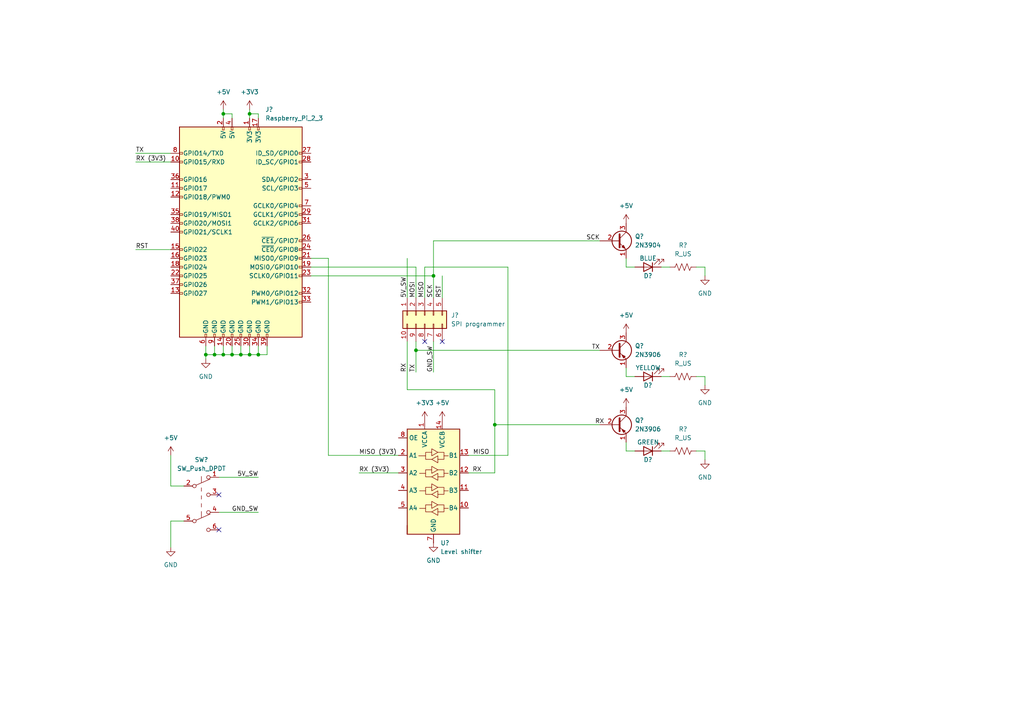
<source format=kicad_sch>
(kicad_sch (version 20211123) (generator eeschema)
  (paper "A4")
  (lib_symbols
    (symbol "Connector:Raspberry_Pi_2_3" (pin_names (offset 1.016))
      (property "Reference" "J" (at -17.78 31.75 0))
      (property "Value" "Raspberry_Pi_2_3" (at 10.16 -31.75 0))
      (symbol "Raspberry_Pi_2_3_0_1"
        (rectangle (start -17.78 30.48) (end 17.78 -30.48) (stroke (width 0.254)) (fill (type background)))
      )
      (symbol "Raspberry_Pi_2_3_1_1"
        (rectangle (start -16.891 -17.526) (end -17.78 -18.034))
        (rectangle (start -16.891 -14.986) (end -17.78 -15.494))
        (rectangle (start -16.891 -12.446) (end -17.78 -12.954))
        (rectangle (start -16.891 -9.906) (end -17.78 -10.414))
        (rectangle (start -16.891 -7.366) (end -17.78 -7.874))
        (rectangle (start -16.891 -4.826) (end -17.78 -5.334))
        (rectangle (start -16.891 0.254) (end -17.78 -0.254))
        (rectangle (start -16.891 2.794) (end -17.78 2.286))
        (rectangle (start -16.891 5.334) (end -17.78 4.826))
        (rectangle (start -16.891 10.414) (end -17.78 9.906))
        (rectangle (start -16.891 12.954) (end -17.78 12.446))
        (rectangle (start -16.891 15.494) (end -17.78 14.986))
        (rectangle (start -16.891 20.574) (end -17.78 20.066))
        (rectangle (start -16.891 23.114) (end -17.78 22.606))
        (rectangle (start -10.414 -29.591) (end -9.906 -30.48))
        (rectangle (start -7.874 -29.591) (end -7.366 -30.48))
        (rectangle (start -5.334 -29.591) (end -4.826 -30.48))
        (rectangle (start -5.334 30.48) (end -4.826 29.591))
        (rectangle (start -2.794 -29.591) (end -2.286 -30.48))
        (rectangle (start -2.794 30.48) (end -2.286 29.591))
        (rectangle (start -0.254 -29.591) (end 0.254 -30.48))
        (rectangle (start 2.286 -29.591) (end 2.794 -30.48))
        (rectangle (start 2.286 30.48) (end 2.794 29.591))
        (rectangle (start 4.826 -29.591) (end 5.334 -30.48))
        (rectangle (start 4.826 30.48) (end 5.334 29.591))
        (rectangle (start 7.366 -29.591) (end 7.874 -30.48))
        (rectangle (start 17.78 -20.066) (end 16.891 -20.574))
        (rectangle (start 17.78 -17.526) (end 16.891 -18.034))
        (rectangle (start 17.78 -12.446) (end 16.891 -12.954))
        (rectangle (start 17.78 -9.906) (end 16.891 -10.414))
        (rectangle (start 17.78 -7.366) (end 16.891 -7.874))
        (rectangle (start 17.78 -4.826) (end 16.891 -5.334))
        (rectangle (start 17.78 -2.286) (end 16.891 -2.794))
        (rectangle (start 17.78 2.794) (end 16.891 2.286))
        (rectangle (start 17.78 5.334) (end 16.891 4.826))
        (rectangle (start 17.78 7.874) (end 16.891 7.366))
        (rectangle (start 17.78 12.954) (end 16.891 12.446))
        (rectangle (start 17.78 15.494) (end 16.891 14.986))
        (rectangle (start 17.78 20.574) (end 16.891 20.066))
        (rectangle (start 17.78 23.114) (end 16.891 22.606))
        (pin power_in line (at 2.54 33.02 270) (length 2.54) (name "3V3") (number "1"))
        (pin bidirectional line (at -20.32 20.32 0) (length 2.54) (name "GPIO15/RXD") (number "10"))
        (pin bidirectional line (at -20.32 12.7 0) (length 2.54) (name "GPIO17") (number "11"))
        (pin bidirectional line (at -20.32 10.16 0) (length 2.54) (name "GPIO18/PWM0") (number "12"))
        (pin bidirectional line (at -20.32 -17.78 0) (length 2.54) (name "GPIO27") (number "13"))
        (pin power_in line (at -5.08 -33.02 90) (length 2.54) (name "GND") (number "14"))
        (pin bidirectional line (at -20.32 -5.08 0) (length 2.54) (name "GPIO22") (number "15"))
        (pin bidirectional line (at -20.32 -7.62 0) (length 2.54) (name "GPIO23") (number "16"))
        (pin power_in line (at 5.08 33.02 270) (length 2.54) (name "3V3") (number "17"))
        (pin bidirectional line (at -20.32 -10.16 0) (length 2.54) (name "GPIO24") (number "18"))
        (pin bidirectional line (at 20.32 -10.16 180) (length 2.54) (name "MOSI0/GPIO10") (number "19"))
        (pin power_in line (at -5.08 33.02 270) (length 2.54) (name "5V") (number "2"))
        (pin power_in line (at -2.54 -33.02 90) (length 2.54) (name "GND") (number "20"))
        (pin bidirectional line (at 20.32 -7.62 180) (length 2.54) (name "MISO0/GPIO9") (number "21"))
        (pin bidirectional line (at -20.32 -12.7 0) (length 2.54) (name "GPIO25") (number "22"))
        (pin bidirectional line (at 20.32 -12.7 180) (length 2.54) (name "SCLK0/GPIO11") (number "23"))
        (pin bidirectional line (at 20.32 -5.08 180) (length 2.54) (name "~{CE0}/GPIO8") (number "24"))
        (pin power_in line (at 0 -33.02 90) (length 2.54) (name "GND") (number "25"))
        (pin bidirectional line (at 20.32 -2.54 180) (length 2.54) (name "~{CE1}/GPIO7") (number "26"))
        (pin bidirectional line (at 20.32 22.86 180) (length 2.54) (name "ID_SD/GPIO0") (number "27"))
        (pin bidirectional line (at 20.32 20.32 180) (length 2.54) (name "ID_SC/GPIO1") (number "28"))
        (pin bidirectional line (at 20.32 5.08 180) (length 2.54) (name "GCLK1/GPIO5") (number "29"))
        (pin bidirectional line (at 20.32 15.24 180) (length 2.54) (name "SDA/GPIO2") (number "3"))
        (pin power_in line (at 2.54 -33.02 90) (length 2.54) (name "GND") (number "30"))
        (pin bidirectional line (at 20.32 2.54 180) (length 2.54) (name "GCLK2/GPIO6") (number "31"))
        (pin bidirectional line (at 20.32 -17.78 180) (length 2.54) (name "PWM0/GPIO12") (number "32"))
        (pin bidirectional line (at 20.32 -20.32 180) (length 2.54) (name "PWM1/GPIO13") (number "33"))
        (pin power_in line (at 5.08 -33.02 90) (length 2.54) (name "GND") (number "34"))
        (pin bidirectional line (at -20.32 5.08 0) (length 2.54) (name "GPIO19/MISO1") (number "35"))
        (pin bidirectional line (at -20.32 15.24 0) (length 2.54) (name "GPIO16") (number "36"))
        (pin bidirectional line (at -20.32 -15.24 0) (length 2.54) (name "GPIO26") (number "37"))
        (pin bidirectional line (at -20.32 2.54 0) (length 2.54) (name "GPIO20/MOSI1") (number "38"))
        (pin power_in line (at 7.62 -33.02 90) (length 2.54) (name "GND") (number "39"))
        (pin power_in line (at -2.54 33.02 270) (length 2.54) (name "5V") (number "4"))
        (pin bidirectional line (at -20.32 0 0) (length 2.54) (name "GPIO21/SCLK1") (number "40"))
        (pin bidirectional line (at 20.32 12.7 180) (length 2.54) (name "SCL/GPIO3") (number "5"))
        (pin power_in line (at -10.16 -33.02 90) (length 2.54) (name "GND") (number "6"))
        (pin bidirectional line (at 20.32 7.62 180) (length 2.54) (name "GCLK0/GPIO4") (number "7"))
        (pin bidirectional line (at -20.32 22.86 0) (length 2.54) (name "GPIO14/TXD") (number "8"))
        (pin power_in line (at -7.62 -33.02 90) (length 2.54) (name "GND") (number "9"))
      )
    )
    (symbol "Connector_Generic:Conn_02x05_Counter_Clockwise" (pin_names (offset 1.016) hide)
      (property "Reference" "J" (at 1.27 7.62 0))
      (property "Value" "Conn_02x05_Counter_Clockwise" (at 1.27 -7.62 0))
      (symbol "Conn_02x05_Counter_Clockwise_1_1"
        (rectangle (start -1.27 -4.953) (end 0 -5.207) (stroke (width 0.1524)))
        (rectangle (start -1.27 -2.413) (end 0 -2.667) (stroke (width 0.1524)))
        (rectangle (start -1.27 0.127) (end 0 -0.127) (stroke (width 0.1524)))
        (rectangle (start -1.27 2.667) (end 0 2.413) (stroke (width 0.1524)))
        (rectangle (start -1.27 5.207) (end 0 4.953) (stroke (width 0.1524)))
        (rectangle (start -1.27 6.35) (end 3.81 -6.35) (stroke (width 0.254)) (fill (type background)))
        (rectangle (start 3.81 -4.953) (end 2.54 -5.207) (stroke (width 0.1524)))
        (rectangle (start 3.81 -2.413) (end 2.54 -2.667) (stroke (width 0.1524)))
        (rectangle (start 3.81 0.127) (end 2.54 -0.127) (stroke (width 0.1524)))
        (rectangle (start 3.81 2.667) (end 2.54 2.413) (stroke (width 0.1524)))
        (rectangle (start 3.81 5.207) (end 2.54 4.953) (stroke (width 0.1524)))
        (pin passive line (at -5.08 5.08 0) (length 3.81) (name "Pin_1") (number "1"))
        (pin passive line (at 7.62 5.08 180) (length 3.81) (name "Pin_10") (number "10"))
        (pin passive line (at -5.08 2.54 0) (length 3.81) (name "Pin_2") (number "2"))
        (pin passive line (at -5.08 0 0) (length 3.81) (name "Pin_3") (number "3"))
        (pin passive line (at -5.08 -2.54 0) (length 3.81) (name "Pin_4") (number "4"))
        (pin passive line (at -5.08 -5.08 0) (length 3.81) (name "Pin_5") (number "5"))
        (pin passive line (at 7.62 -5.08 180) (length 3.81) (name "Pin_6") (number "6"))
        (pin passive line (at 7.62 -2.54 180) (length 3.81) (name "Pin_7") (number "7"))
        (pin passive line (at 7.62 0 180) (length 3.81) (name "Pin_8") (number "8"))
        (pin passive line (at 7.62 2.54 180) (length 3.81) (name "Pin_9") (number "9"))
      )
    )
    (symbol "Device:LED" (pin_numbers hide) (pin_names (offset 1.016) hide)
      (property "Reference" "D" (at 0 2.54 0))
      (property "Value" "LED" (at 0 -2.54 0))
      (symbol "LED_0_1"
        (polyline (pts (xy -1.27 -1.27) (xy -1.27 1.27)) (stroke (width 0.254)))
        (polyline (pts (xy -1.27 0) (xy 1.27 0)))
        (polyline (pts (xy 1.27 -1.27) (xy 1.27 1.27) (xy -1.27 0) (xy 1.27 -1.27)) (stroke (width 0.254)))
        (polyline (pts (xy -3.048 -0.762) (xy -4.572 -2.286) (xy -3.81 -2.286) (xy -4.572 -2.286) (xy -4.572 -1.524)))
        (polyline (pts (xy -1.778 -0.762) (xy -3.302 -2.286) (xy -2.54 -2.286) (xy -3.302 -2.286) (xy -3.302 -1.524)))
      )
      (symbol "LED_1_1"
        (pin passive line (at -3.81 0 0) (length 2.54) (name "K") (number "1"))
        (pin passive line (at 3.81 0 180) (length 2.54) (name "A") (number "2"))
      )
    )
    (symbol "Device:R_US" (pin_numbers hide) (pin_names (offset 0))
      (property "Reference" "R" (at 2.54 0 90))
      (property "Value" "R_US" (at -2.54 0 90))
      (symbol "R_US_0_1"
        (polyline (pts (xy 0 -2.286) (xy 0 -2.54)))
        (polyline (pts (xy 0 2.286) (xy 0 2.54)))
        (polyline (pts (xy 0 -0.762) (xy 1.016 -1.143) (xy 0 -1.524) (xy -1.016 -1.905) (xy 0 -2.286)))
        (polyline (pts (xy 0 0.762) (xy 1.016 0.381) (xy 0 0) (xy -1.016 -0.381) (xy 0 -0.762)))
        (polyline (pts (xy 0 2.286) (xy 1.016 1.905) (xy 0 1.524) (xy -1.016 1.143) (xy 0 0.762)))
      )
      (symbol "R_US_1_1"
        (pin passive line (at 0 3.81 270) (length 1.27) (name "~") (number "1"))
        (pin passive line (at 0 -3.81 90) (length 1.27) (name "~") (number "2"))
      )
    )
    (symbol "Logic_LevelTranslator:TXB0104D"
      (property "Reference" "U" (at -6.35 16.51 0))
      (property "Value" "TXB0104D" (at 3.81 16.51 0))
      (symbol "TXB0104D_0_1"
        (rectangle (start -7.62 -15.24) (end -7.62 -12.7) (stroke (width 0.254)))
        (rectangle (start -7.62 15.24) (end 7.62 -15.24) (stroke (width 0.254)) (fill (type background)))
        (polyline (pts (xy -2.286 -7.747) (xy -2.286 -6.731) (xy -0.508 -6.731)))
        (polyline (pts (xy -2.286 -2.667) (xy -2.286 -1.651) (xy -0.508 -1.651)))
        (polyline (pts (xy -2.286 2.413) (xy -2.286 3.429) (xy -0.508 3.429)))
        (polyline (pts (xy -2.286 7.493) (xy -2.286 8.509) (xy -0.508 8.509)))
        (polyline (pts (xy 3.048 -7.747) (xy 3.048 -8.763) (xy 1.27 -8.763)))
        (polyline (pts (xy 3.048 -2.667) (xy 3.048 -3.683) (xy 1.27 -3.683)))
        (polyline (pts (xy 3.048 2.413) (xy 3.048 1.397) (xy 1.27 1.397)))
        (polyline (pts (xy 3.048 7.493) (xy 3.048 6.477) (xy 1.27 6.477)))
        (polyline (pts (xy -0.508 -8.763) (xy -2.286 -8.763) (xy -2.286 -7.747) (xy -4.064 -7.747)))
        (polyline (pts (xy -0.508 -8.763) (xy 1.27 -7.747) (xy 1.27 -9.779) (xy -0.508 -8.763)))
        (polyline (pts (xy -0.508 -3.683) (xy -2.286 -3.683) (xy -2.286 -2.667) (xy -4.064 -2.667)))
        (polyline (pts (xy -0.508 -3.683) (xy 1.27 -2.667) (xy 1.27 -4.699) (xy -0.508 -3.683)))
        (polyline (pts (xy -0.508 1.397) (xy -2.286 1.397) (xy -2.286 2.413) (xy -4.064 2.413)))
        (polyline (pts (xy -0.508 1.397) (xy 1.27 2.413) (xy 1.27 0.381) (xy -0.508 1.397)))
        (polyline (pts (xy -0.508 6.477) (xy -2.286 6.477) (xy -2.286 7.493) (xy -4.318 7.493)))
        (polyline (pts (xy -0.508 6.477) (xy 1.27 7.493) (xy 1.27 5.461) (xy -0.508 6.477)))
        (polyline (pts (xy 1.27 -6.731) (xy -0.508 -7.747) (xy -0.508 -5.715) (xy 1.27 -6.731)))
        (polyline (pts (xy 1.27 -6.731) (xy 3.048 -6.731) (xy 3.048 -7.747) (xy 4.318 -7.747)))
        (polyline (pts (xy 1.27 -1.651) (xy -0.508 -2.667) (xy -0.508 -0.635) (xy 1.27 -1.651)))
        (polyline (pts (xy 1.27 -1.651) (xy 3.048 -1.651) (xy 3.048 -2.667) (xy 4.318 -2.667)))
        (polyline (pts (xy 1.27 3.429) (xy -0.508 2.413) (xy -0.508 4.445) (xy 1.27 3.429)))
        (polyline (pts (xy 1.27 3.429) (xy 3.048 3.429) (xy 3.048 2.413) (xy 4.318 2.413)))
        (polyline (pts (xy 1.27 8.509) (xy -0.508 7.493) (xy -0.508 9.525) (xy 1.27 8.509)))
        (polyline (pts (xy 1.27 8.509) (xy 3.048 8.509) (xy 3.048 7.493) (xy 4.318 7.493)))
      )
      (symbol "TXB0104D_1_1"
        (pin power_in line (at -2.54 17.78 270) (length 2.54) (name "VCCA") (number "1"))
        (pin bidirectional line (at 10.16 -7.62 180) (length 2.54) (name "B4") (number "10"))
        (pin bidirectional line (at 10.16 -2.54 180) (length 2.54) (name "B3") (number "11"))
        (pin bidirectional line (at 10.16 2.54 180) (length 2.54) (name "B2") (number "12"))
        (pin bidirectional line (at 10.16 7.62 180) (length 2.54) (name "B1") (number "13"))
        (pin power_in line (at 2.54 17.78 270) (length 2.54) (name "VCCB") (number "14"))
        (pin bidirectional line (at -10.16 7.62 0) (length 2.54) (name "A1") (number "2"))
        (pin bidirectional line (at -10.16 2.54 0) (length 2.54) (name "A2") (number "3"))
        (pin bidirectional line (at -10.16 -2.54 0) (length 2.54) (name "A3") (number "4"))
        (pin bidirectional line (at -10.16 -7.62 0) (length 2.54) (name "A4") (number "5"))
        (pin no_connect line (at -10.16 -12.7 0) (length 2.54) hide (name "NC") (number "6"))
        (pin power_in line (at 0 -17.78 90) (length 2.54) (name "GND") (number "7"))
        (pin input line (at -10.16 12.7 0) (length 2.54) (name "OE") (number "8"))
        (pin no_connect line (at 10.16 -12.7 180) (length 2.54) hide (name "NC") (number "9"))
      )
    )
    (symbol "Switch:SW_Push_DPDT" (pin_names (offset 0) hide)
      (property "Reference" "SW" (at 0 8.89 0))
      (property "Value" "SW_Push_DPDT" (at 0 -10.16 0))
      (symbol "SW_Push_DPDT_0_0"
        (circle (center -2.032 -5.08) (radius 0.508))
        (circle (center -2.032 5.08) (radius 0.508))
        (circle (center 2.032 -7.62) (radius 0.508))
        (circle (center 2.032 2.54) (radius 0.508))
      )
      (symbol "SW_Push_DPDT_0_1"
        (polyline (pts (xy -1.524 -4.826) (xy 2.54 -3.048)))
        (polyline (pts (xy -1.524 5.334) (xy 2.54 7.112)))
        (polyline (pts (xy 0 -2.286) (xy 0 -4.064)))
        (polyline (pts (xy 0 -1.016) (xy 0 0)))
        (polyline (pts (xy 0 1.27) (xy 0 2.286)))
        (polyline (pts (xy 0 3.556) (xy 0 4.572)))
        (polyline (pts (xy 0 7.874) (xy 0 6.096)))
        (circle (center 2.032 -2.54) (radius 0.508))
        (circle (center 2.032 7.62) (radius 0.508))
      )
      (symbol "SW_Push_DPDT_1_1"
        (pin passive line (at 5.08 7.62 180) (length 2.54) (name "A") (number "1"))
        (pin passive line (at -5.08 5.08 0) (length 2.54) (name "B") (number "2"))
        (pin passive line (at 5.08 2.54 180) (length 2.54) (name "C") (number "3"))
        (pin passive line (at 5.08 -2.54 180) (length 2.54) (name "A") (number "4"))
        (pin passive line (at -5.08 -5.08 0) (length 2.54) (name "B") (number "5"))
        (pin passive line (at 5.08 -7.62 180) (length 2.54) (name "C") (number "6"))
      )
    )
    (symbol "Transistor_BJT:2N3904" (pin_names (offset 0) hide)
      (property "Reference" "Q" (at 5.08 1.905 0))
      (property "Value" "2N3904" (at 5.08 0 0))
      (symbol "2N3904_0_1"
        (polyline (pts (xy 0.635 0.635) (xy 2.54 2.54)))
        (polyline (pts (xy 0.635 -0.635) (xy 2.54 -2.54) (xy 2.54 -2.54)))
        (polyline (pts (xy 0.635 1.905) (xy 0.635 -1.905) (xy 0.635 -1.905)) (stroke (width 0.508)))
        (polyline (pts (xy 1.27 -1.778) (xy 1.778 -1.27) (xy 2.286 -2.286) (xy 1.27 -1.778) (xy 1.27 -1.778)) (fill (type outline)))
        (circle (center 1.27 0) (radius 2.8194) (stroke (width 0.254)))
      )
      (symbol "2N3904_1_1"
        (pin passive line (at 2.54 -5.08 90) (length 2.54) (name "E") (number "1"))
        (pin passive line (at -5.08 0 0) (length 5.715) (name "B") (number "2"))
        (pin passive line (at 2.54 5.08 270) (length 2.54) (name "C") (number "3"))
      )
    )
    (symbol "Transistor_BJT:2N3906" (pin_names (offset 0) hide)
      (property "Reference" "Q" (at 5.08 1.905 0))
      (property "Value" "2N3906" (at 5.08 0 0))
      (symbol "2N3906_0_1"
        (polyline (pts (xy 0.635 0.635) (xy 2.54 2.54)))
        (polyline (pts (xy 0.635 -0.635) (xy 2.54 -2.54) (xy 2.54 -2.54)))
        (polyline (pts (xy 0.635 1.905) (xy 0.635 -1.905) (xy 0.635 -1.905)) (stroke (width 0.508)))
        (polyline (pts (xy 2.286 -1.778) (xy 1.778 -2.286) (xy 1.27 -1.27) (xy 2.286 -1.778) (xy 2.286 -1.778)) (fill (type outline)))
        (circle (center 1.27 0) (radius 2.8194) (stroke (width 0.254)))
      )
      (symbol "2N3906_1_1"
        (pin passive line (at 2.54 -5.08 90) (length 2.54) (name "E") (number "1"))
        (pin input line (at -5.08 0 0) (length 5.715) (name "B") (number "2"))
        (pin passive line (at 2.54 5.08 270) (length 2.54) (name "C") (number "3"))
      )
    )
    (symbol "power:+3V3" (power) (pin_names (offset 0))
      (property "Value" "+3V3" (at 0 3.556 0))
      (symbol "+3V3_0_1"
        (polyline (pts (xy -0.762 1.27) (xy 0 2.54)))
        (polyline (pts (xy 0 0) (xy 0 2.54)))
        (polyline (pts (xy 0 2.54) (xy 0.762 1.27)))
      )
      (symbol "+3V3_1_1"
        (pin power_in line (at 0 0 90) (length 0) hide (name "+3V3") (number "1"))
      )
    )
    (symbol "power:+5V" (power) (pin_names (offset 0))
      (property "Value" "+5V" (at 0 3.556 0))
      (symbol "+5V_0_1"
        (polyline (pts (xy -0.762 1.27) (xy 0 2.54)))
        (polyline (pts (xy 0 0) (xy 0 2.54)))
        (polyline (pts (xy 0 2.54) (xy 0.762 1.27)))
      )
      (symbol "+5V_1_1"
        (pin power_in line (at 0 0 90) (length 0) hide (name "+5V") (number "1"))
      )
    )
    (symbol "power:GND" (power) (pin_names (offset 0))
      (property "Value" "GND" (at 0 -3.81 0))
      (symbol "GND_0_1"
        (polyline (pts (xy 0 0) (xy 0 -1.27) (xy 1.27 -1.27) (xy 0 -2.54) (xy -1.27 -1.27) (xy 0 -1.27)))
      )
      (symbol "GND_1_1"
        (pin power_in line (at 0 0 270) (length 0) hide (name "GND") (number "1"))
      )
    )
  )
  (junction (at 64.77 102.87))
  (junction (at 125.73 80.01))
  (junction (at 64.77 33.02))
  (junction (at 143.51 123.19))
  (junction (at 74.93 102.87))
  (junction (at 62.23 102.87))
  (junction (at 120.65 101.6))
  (junction (at 72.39 33.02))
  (junction (at 59.69 102.87))
  (junction (at 67.31 102.87))
  (junction (at 72.39 102.87))
  (junction (at 69.85 102.87))
  (no_connect (at 63.5 153.67))
  (no_connect (at 63.5 143.51))
  (no_connect (at 128.27 99.06))
  (no_connect (at 123.19 99.06))
  (wire (pts (xy 59.69 102.87) (xy 62.23 102.87)))
  (wire (pts (xy 67.31 102.87) (xy 69.85 102.87)))
  (wire (pts (xy 77.47 102.87) (xy 77.47 100.33)))
  (wire (pts (xy 49.53 72.39) (xy 39.37 72.39)))
  (wire (pts (xy 143.51 123.19) (xy 143.51 113.03)))
  (wire (pts (xy 120.65 99.06) (xy 120.65 101.6)))
  (wire (pts (xy 59.69 100.33) (xy 59.69 102.87)))
  (wire (pts (xy 201.93 77.47) (xy 204.47 77.47)))
  (wire (pts (xy 74.93 102.87) (xy 77.47 102.87)))
  (wire (pts (xy 181.61 77.47) (xy 184.15 77.47)))
  (wire (pts (xy 69.85 102.87) (xy 69.85 100.33)))
  (wire (pts (xy 125.73 99.06) (xy 125.73 107.95)))
  (wire (pts (xy 204.47 77.47) (xy 204.47 80.01)))
  (wire (pts (xy 72.39 33.02) (xy 74.93 33.02)))
  (wire (pts (xy 49.53 46.99) (xy 39.37 46.99)))
  (wire (pts (xy 191.77 130.81) (xy 194.31 130.81)))
  (wire (pts (xy 181.61 106.68) (xy 181.61 109.22)))
  (wire (pts (xy 49.53 132.08) (xy 49.53 140.97)))
  (wire (pts (xy 95.25 74.93) (xy 95.25 132.08)))
  (wire (pts (xy 72.39 102.87) (xy 72.39 100.33)))
  (wire (pts (xy 143.51 123.19) (xy 173.99 123.19)))
  (wire (pts (xy 147.32 77.47) (xy 123.19 77.47)))
  (wire (pts (xy 118.11 74.93) (xy 118.11 86.36)))
  (wire (pts (xy 123.19 77.47) (xy 123.19 86.36)))
  (wire (pts (xy 191.77 77.47) (xy 194.31 77.47)))
  (wire (pts (xy 135.89 132.08) (xy 147.32 132.08)))
  (wire (pts (xy 49.53 151.13) (xy 53.34 151.13)))
  (wire (pts (xy 39.37 44.45) (xy 49.53 44.45)))
  (wire (pts (xy 204.47 109.22) (xy 204.47 111.76)))
  (wire (pts (xy 120.65 77.47) (xy 90.17 77.47)))
  (wire (pts (xy 201.93 109.22) (xy 204.47 109.22)))
  (wire (pts (xy 191.77 109.22) (xy 194.31 109.22)))
  (wire (pts (xy 63.5 138.43) (xy 74.93 138.43)))
  (wire (pts (xy 128.27 80.01) (xy 128.27 86.36)))
  (wire (pts (xy 143.51 113.03) (xy 118.11 113.03)))
  (wire (pts (xy 49.53 158.75) (xy 49.53 151.13)))
  (wire (pts (xy 67.31 33.02) (xy 67.31 34.29)))
  (wire (pts (xy 63.5 148.59) (xy 74.93 148.59)))
  (wire (pts (xy 95.25 132.08) (xy 115.57 132.08)))
  (wire (pts (xy 72.39 102.87) (xy 74.93 102.87)))
  (wire (pts (xy 120.65 77.47) (xy 120.65 86.36)))
  (wire (pts (xy 59.69 102.87) (xy 59.69 104.14)))
  (wire (pts (xy 181.61 130.81) (xy 184.15 130.81)))
  (wire (pts (xy 64.77 102.87) (xy 64.77 100.33)))
  (wire (pts (xy 69.85 102.87) (xy 72.39 102.87)))
  (wire (pts (xy 74.93 33.02) (xy 74.93 34.29)))
  (wire (pts (xy 120.65 101.6) (xy 173.99 101.6)))
  (wire (pts (xy 74.93 102.87) (xy 74.93 100.33)))
  (wire (pts (xy 181.61 109.22) (xy 184.15 109.22)))
  (wire (pts (xy 90.17 80.01) (xy 125.73 80.01)))
  (wire (pts (xy 90.17 74.93) (xy 95.25 74.93)))
  (wire (pts (xy 64.77 33.02) (xy 64.77 34.29)))
  (wire (pts (xy 118.11 113.03) (xy 118.11 99.06)))
  (wire (pts (xy 201.93 130.81) (xy 204.47 130.81)))
  (wire (pts (xy 125.73 69.85) (xy 173.99 69.85)))
  (wire (pts (xy 64.77 33.02) (xy 67.31 33.02)))
  (wire (pts (xy 64.77 102.87) (xy 67.31 102.87)))
  (wire (pts (xy 135.89 137.16) (xy 143.51 137.16)))
  (wire (pts (xy 181.61 74.93) (xy 181.61 77.47)))
  (wire (pts (xy 67.31 102.87) (xy 67.31 100.33)))
  (wire (pts (xy 120.65 101.6) (xy 120.65 107.95)))
  (wire (pts (xy 104.14 137.16) (xy 115.57 137.16)))
  (wire (pts (xy 125.73 80.01) (xy 125.73 86.36)))
  (wire (pts (xy 62.23 102.87) (xy 64.77 102.87)))
  (wire (pts (xy 62.23 102.87) (xy 62.23 100.33)))
  (wire (pts (xy 64.77 31.75) (xy 64.77 33.02)))
  (wire (pts (xy 204.47 130.81) (xy 204.47 133.35)))
  (wire (pts (xy 125.73 80.01) (xy 125.73 69.85)))
  (wire (pts (xy 72.39 33.02) (xy 72.39 34.29)))
  (wire (pts (xy 49.53 140.97) (xy 53.34 140.97)))
  (wire (pts (xy 143.51 137.16) (xy 143.51 123.19)))
  (wire (pts (xy 181.61 128.27) (xy 181.61 130.81)))
  (wire (pts (xy 147.32 132.08) (xy 147.32 77.47)))
  (wire (pts (xy 72.39 31.75) (xy 72.39 33.02)))
  (label "RX" (at 139.7 137.16 180))
  (label "5V_SW" (at 74.93 138.43 180))
  (label "MISO" (at 123.19 86.36 90))
  (label "5V_SW" (at 118.11 86.36 90))
  (label "RST" (at 39.37 72.39 0))
  (label "TX" (at 120.65 107.95 90))
  (label "RX" (at 175.26 123.19 180))
  (label "RX" (at 118.11 107.95 90))
  (label "RX (3V3)" (at 104.14 137.16 0))
  (label "SCK" (at 125.73 86.36 90))
  (label "TX" (at 173.99 101.6 180))
  (label "SCK" (at 173.99 69.85 180))
  (label "RST" (at 128.27 86.36 90))
  (label "MISO (3V3)" (at 104.14 132.08 0))
  (label "MOSI" (at 120.65 86.36 90))
  (label "MISO" (at 137.16 132.08 0))
  (label "GND_SW" (at 74.93 148.59 180))
  (label "TX" (at 39.37 44.45 0))
  (label "RX (3V3)" (at 39.37 46.99 0))
  (label "GND_SW" (at 125.73 107.95 90))
  (symbol (lib_id "Connector_Generic:Conn_02x05_Counter_Clockwise") (at 123.19 91.44 90) (mirror x) (unit 1)
    (property "Reference" "J?" (at 130.81 91.4399 90) (effects (justify right)))
    (property "Value" "SPI programmer" (at 130.81 93.9799 90) (effects (justify right)))
  )
  (symbol (lib_id "Transistor_BJT:2N3906") (at 179.07 101.6 0) (unit 1)
    (property "Reference" "Q?" (at 184.15 100.3299 0) (effects (justify left)))
    (property "Value" "2N3906" (at 184.15 102.8699 0) (effects (justify left)))
    (property "Footprint" "Package_TO_SOT_THT:TO-92_Inline" (effects hide))
    (property "Datasheet" "https://www.onsemi.com/pub/Collateral/2N3906-D.PDF" (effects hide))
  )
  (symbol (lib_id "Device:LED") (at 187.96 77.47 180) (unit 1)
    (property "Reference" "D?" (at 187.96 80.01 0))
    (property "Value" "BLUE" (at 187.96 74.93 0))
  )
  (symbol (lib_id "power:GND") (at 204.47 111.76 0) (unit 1)
    (property "Reference" "#PWR?" (effects hide))
    (property "Value" "GND" (at 204.47 116.84 0))
  )
  (symbol (lib_id "Device:LED") (at 187.96 109.22 180) (unit 1)
    (property "Reference" "D?" (at 187.96 111.76 0))
    (property "Value" "YELLOW" (at 187.96 106.68 0))
  )
  (symbol (lib_id "power:+5V") (at 128.27 121.92 0) (unit 1)
    (property "Reference" "#PWR?" (effects hide))
    (property "Value" "+5V" (at 128.27 116.84 0))
  )
  (symbol (lib_id "power:GND") (at 204.47 80.01 0) (unit 1)
    (property "Reference" "#PWR?" (effects hide))
    (property "Value" "GND" (at 204.47 85.09 0))
  )
  (symbol (lib_id "Transistor_BJT:2N3904") (at 179.07 69.85 0) (unit 1)
    (property "Reference" "Q?" (at 184.15 68.5799 0) (effects (justify left)))
    (property "Value" "2N3904" (at 184.15 71.1199 0) (effects (justify left)))
    (property "Footprint" "Package_TO_SOT_THT:TO-92_Inline" (effects hide))
    (property "Datasheet" "https://www.onsemi.com/pub/Collateral/2N3903-D.PDF" (effects hide))
  )
  (symbol (lib_id "power:+5V") (at 181.61 96.52 0) (unit 1)
    (property "Reference" "#PWR?" (effects hide))
    (property "Value" "+5V" (at 181.61 91.44 0))
  )
  (symbol (lib_id "power:+5V") (at 49.53 132.08 0) (unit 1)
    (property "Reference" "#PWR?" (effects hide))
    (property "Value" "+5V" (at 49.53 127 0))
  )
  (symbol (lib_id "Device:R_US") (at 198.12 109.22 90) (unit 1)
    (property "Reference" "R?" (at 198.12 102.87 90))
    (property "Value" "R_US" (at 198.12 105.41 90))
  )
  (symbol (lib_id "Device:LED") (at 187.96 130.81 180) (unit 1)
    (property "Reference" "D?" (at 187.96 133.35 0))
    (property "Value" "GREEN" (at 187.96 128.27 0))
  )
  (symbol (lib_id "Device:R_US") (at 198.12 77.47 90) (unit 1)
    (property "Reference" "R?" (at 198.12 71.12 90))
    (property "Value" "R_US" (at 198.12 73.66 90))
  )
  (symbol (lib_id "power:+5V") (at 64.77 31.75 0) (unit 1)
    (property "Reference" "#PWR?" (effects hide))
    (property "Value" "+5V" (at 64.77 26.67 0))
  )
  (symbol (lib_id "Switch:SW_Push_DPDT") (at 58.42 146.05 0) (unit 1)
    (property "Reference" "SW?" (at 58.42 133.35 0))
    (property "Value" "SW_Push_DPDT" (at 58.42 135.89 0))
  )
  (symbol (lib_id "Connector:Raspberry_Pi_2_3") (at 69.85 67.31 0) (unit 1)
    (property "Reference" "J?" (at 76.9494 31.75 0) (effects (justify left)))
    (property "Value" "Raspberry_Pi_2_3" (at 76.9494 34.29 0) (effects (justify left)))
    (property "Datasheet" "https://www.raspberrypi.org/documentation/hardware/raspberrypi/schematics/rpi_SCH_3bplus_1p0_reduced.pdf" (effects hide))
  )
  (symbol (lib_id "power:GND") (at 59.69 104.14 0) (unit 1)
    (property "Reference" "#PWR?" (effects hide))
    (property "Value" "GND" (at 59.69 109.22 0))
  )
  (symbol (lib_id "Device:R_US") (at 198.12 130.81 90) (unit 1)
    (property "Reference" "R?" (at 198.12 124.46 90))
    (property "Value" "R_US" (at 198.12 127 90))
  )
  (symbol (lib_id "power:+5V") (at 181.61 118.11 0) (unit 1)
    (property "Reference" "#PWR?" (effects hide))
    (property "Value" "+5V" (at 181.61 113.03 0))
  )
  (symbol (lib_id "power:GND") (at 49.53 158.75 0) (unit 1)
    (property "Reference" "#PWR?" (effects hide))
    (property "Value" "GND" (at 49.53 163.83 0))
  )
  (symbol (lib_id "power:+5V") (at 181.61 64.77 0) (unit 1)
    (property "Reference" "#PWR?" (effects hide))
    (property "Value" "+5V" (at 181.61 59.69 0))
  )
  (symbol (lib_id "power:+3V3") (at 123.19 121.92 0) (unit 1)
    (property "Reference" "#PWR?" (effects hide))
    (property "Value" "+3V3" (at 123.19 116.84 0))
  )
  (symbol (lib_id "power:GND") (at 204.47 133.35 0) (unit 1)
    (property "Reference" "#PWR?" (effects hide))
    (property "Value" "GND" (at 204.47 138.43 0))
  )
  (symbol (lib_id "Logic_LevelTranslator:TXB0104D") (at 125.73 139.7 0) (unit 1)
    (property "Reference" "U?" (at 127.7494 157.48 0) (effects (justify left)))
    (property "Value" "Level shifter" (at 127.7494 160.02 0) (effects (justify left)))
    (property "Footprint" "Package_SO:SOIC-14_3.9x8.7mm_P1.27mm" (effects hide))
    (property "Datasheet" "http://www.ti.com/lit/ds/symlink/txb0104.pdf" (effects hide))
  )
  (symbol (lib_id "Transistor_BJT:2N3906") (at 179.07 123.19 0) (unit 1)
    (property "Reference" "Q?" (at 184.15 121.9199 0) (effects (justify left)))
    (property "Value" "2N3906" (at 184.15 124.4599 0) (effects (justify left)))
    (property "Footprint" "Package_TO_SOT_THT:TO-92_Inline" (effects hide))
    (property "Datasheet" "https://www.onsemi.com/pub/Collateral/2N3906-D.PDF" (effects hide))
  )
  (symbol (lib_id "power:+3V3") (at 72.39 31.75 0) (unit 1)
    (property "Reference" "#PWR?" (effects hide))
    (property "Value" "+3V3" (at 72.39 26.67 0))
  )
  (symbol (lib_id "power:GND") (at 125.73 157.48 0) (unit 1)
    (property "Reference" "#PWR?" (effects hide))
    (property "Value" "GND" (at 125.73 162.56 0))
  )
)
</source>
